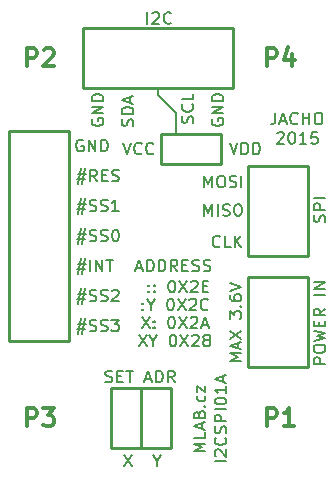
<source format=gbr>
G04 #@! TF.FileFunction,Legend,Top*
%FSLAX46Y46*%
G04 Gerber Fmt 4.6, Leading zero omitted, Abs format (unit mm)*
G04 Created by KiCad (PCBNEW 0.201412081631+5316~19~ubuntu14.04.1-product) date St 10. prosinec 2014, 17:13:08 CET*
%MOMM*%
G01*
G04 APERTURE LIST*
%ADD10C,0.100000*%
%ADD11C,0.200000*%
%ADD12C,0.254000*%
%ADD13C,0.304800*%
G04 APERTURE END LIST*
D10*
D11*
X12287238Y28487619D02*
X12620571Y27487619D01*
X12953905Y28487619D01*
X13858667Y27582857D02*
X13811048Y27535238D01*
X13668191Y27487619D01*
X13572953Y27487619D01*
X13430095Y27535238D01*
X13334857Y27630476D01*
X13287238Y27725714D01*
X13239619Y27916190D01*
X13239619Y28059048D01*
X13287238Y28249524D01*
X13334857Y28344762D01*
X13430095Y28440000D01*
X13572953Y28487619D01*
X13668191Y28487619D01*
X13811048Y28440000D01*
X13858667Y28392381D01*
X14858667Y27582857D02*
X14811048Y27535238D01*
X14668191Y27487619D01*
X14572953Y27487619D01*
X14430095Y27535238D01*
X14334857Y27630476D01*
X14287238Y27725714D01*
X14239619Y27916190D01*
X14239619Y28059048D01*
X14287238Y28249524D01*
X14334857Y28344762D01*
X14430095Y28440000D01*
X14572953Y28487619D01*
X14668191Y28487619D01*
X14811048Y28440000D01*
X14858667Y28392381D01*
X15240000Y32512000D02*
X15240000Y33147000D01*
X16764000Y30988000D02*
X15240000Y32512000D01*
X16764000Y29337000D02*
X16764000Y30988000D01*
X25161810Y31027619D02*
X25161810Y30313333D01*
X25114190Y30170476D01*
X25018952Y30075238D01*
X24876095Y30027619D01*
X24780857Y30027619D01*
X25590381Y30313333D02*
X26066572Y30313333D01*
X25495143Y30027619D02*
X25828476Y31027619D01*
X26161810Y30027619D01*
X27066572Y30122857D02*
X27018953Y30075238D01*
X26876096Y30027619D01*
X26780858Y30027619D01*
X26638000Y30075238D01*
X26542762Y30170476D01*
X26495143Y30265714D01*
X26447524Y30456190D01*
X26447524Y30599048D01*
X26495143Y30789524D01*
X26542762Y30884762D01*
X26638000Y30980000D01*
X26780858Y31027619D01*
X26876096Y31027619D01*
X27018953Y30980000D01*
X27066572Y30932381D01*
X27495143Y30027619D02*
X27495143Y31027619D01*
X27495143Y30551429D02*
X28066572Y30551429D01*
X28066572Y30027619D02*
X28066572Y31027619D01*
X28733238Y31027619D02*
X28923715Y31027619D01*
X29018953Y30980000D01*
X29114191Y30884762D01*
X29161810Y30694286D01*
X29161810Y30360952D01*
X29114191Y30170476D01*
X29018953Y30075238D01*
X28923715Y30027619D01*
X28733238Y30027619D01*
X28638000Y30075238D01*
X28542762Y30170476D01*
X28495143Y30360952D01*
X28495143Y30694286D01*
X28542762Y30884762D01*
X28638000Y30980000D01*
X28733238Y31027619D01*
X25336476Y29281381D02*
X25384095Y29329000D01*
X25479333Y29376619D01*
X25717429Y29376619D01*
X25812667Y29329000D01*
X25860286Y29281381D01*
X25907905Y29186143D01*
X25907905Y29090905D01*
X25860286Y28948048D01*
X25288857Y28376619D01*
X25907905Y28376619D01*
X26526952Y29376619D02*
X26622191Y29376619D01*
X26717429Y29329000D01*
X26765048Y29281381D01*
X26812667Y29186143D01*
X26860286Y28995667D01*
X26860286Y28757571D01*
X26812667Y28567095D01*
X26765048Y28471857D01*
X26717429Y28424238D01*
X26622191Y28376619D01*
X26526952Y28376619D01*
X26431714Y28424238D01*
X26384095Y28471857D01*
X26336476Y28567095D01*
X26288857Y28757571D01*
X26288857Y28995667D01*
X26336476Y29186143D01*
X26384095Y29281381D01*
X26431714Y29329000D01*
X26526952Y29376619D01*
X27812667Y28376619D02*
X27241238Y28376619D01*
X27526952Y28376619D02*
X27526952Y29376619D01*
X27431714Y29233762D01*
X27336476Y29138524D01*
X27241238Y29090905D01*
X28717429Y29376619D02*
X28241238Y29376619D01*
X28193619Y28900429D01*
X28241238Y28948048D01*
X28336476Y28995667D01*
X28574572Y28995667D01*
X28669810Y28948048D01*
X28717429Y28900429D01*
X28765048Y28805190D01*
X28765048Y28567095D01*
X28717429Y28471857D01*
X28669810Y28424238D01*
X28574572Y28376619D01*
X28336476Y28376619D01*
X28241238Y28424238D01*
X28193619Y28471857D01*
X21026381Y1508572D02*
X20026381Y1508572D01*
X20121619Y1937143D02*
X20074000Y1984762D01*
X20026381Y2080000D01*
X20026381Y2318096D01*
X20074000Y2413334D01*
X20121619Y2460953D01*
X20216857Y2508572D01*
X20312095Y2508572D01*
X20454952Y2460953D01*
X21026381Y1889524D01*
X21026381Y2508572D01*
X20931143Y3508572D02*
X20978762Y3460953D01*
X21026381Y3318096D01*
X21026381Y3222858D01*
X20978762Y3080000D01*
X20883524Y2984762D01*
X20788286Y2937143D01*
X20597810Y2889524D01*
X20454952Y2889524D01*
X20264476Y2937143D01*
X20169238Y2984762D01*
X20074000Y3080000D01*
X20026381Y3222858D01*
X20026381Y3318096D01*
X20074000Y3460953D01*
X20121619Y3508572D01*
X20978762Y3889524D02*
X21026381Y4032381D01*
X21026381Y4270477D01*
X20978762Y4365715D01*
X20931143Y4413334D01*
X20835905Y4460953D01*
X20740667Y4460953D01*
X20645429Y4413334D01*
X20597810Y4365715D01*
X20550190Y4270477D01*
X20502571Y4080000D01*
X20454952Y3984762D01*
X20407333Y3937143D01*
X20312095Y3889524D01*
X20216857Y3889524D01*
X20121619Y3937143D01*
X20074000Y3984762D01*
X20026381Y4080000D01*
X20026381Y4318096D01*
X20074000Y4460953D01*
X21026381Y4889524D02*
X20026381Y4889524D01*
X20026381Y5270477D01*
X20074000Y5365715D01*
X20121619Y5413334D01*
X20216857Y5460953D01*
X20359714Y5460953D01*
X20454952Y5413334D01*
X20502571Y5365715D01*
X20550190Y5270477D01*
X20550190Y4889524D01*
X21026381Y5889524D02*
X20026381Y5889524D01*
X20026381Y6556190D02*
X20026381Y6651429D01*
X20074000Y6746667D01*
X20121619Y6794286D01*
X20216857Y6841905D01*
X20407333Y6889524D01*
X20645429Y6889524D01*
X20835905Y6841905D01*
X20931143Y6794286D01*
X20978762Y6746667D01*
X21026381Y6651429D01*
X21026381Y6556190D01*
X20978762Y6460952D01*
X20931143Y6413333D01*
X20835905Y6365714D01*
X20645429Y6318095D01*
X20407333Y6318095D01*
X20216857Y6365714D01*
X20121619Y6413333D01*
X20074000Y6460952D01*
X20026381Y6556190D01*
X21026381Y7841905D02*
X21026381Y7270476D01*
X21026381Y7556190D02*
X20026381Y7556190D01*
X20169238Y7460952D01*
X20264476Y7365714D01*
X20312095Y7270476D01*
X20740667Y8222857D02*
X20740667Y8699048D01*
X21026381Y8127619D02*
X20026381Y8460952D01*
X21026381Y8794286D01*
X19248381Y2341905D02*
X18248381Y2341905D01*
X18962667Y2675239D01*
X18248381Y3008572D01*
X19248381Y3008572D01*
X19248381Y3960953D02*
X19248381Y3484762D01*
X18248381Y3484762D01*
X18962667Y4246667D02*
X18962667Y4722858D01*
X19248381Y4151429D02*
X18248381Y4484762D01*
X19248381Y4818096D01*
X18724571Y5484763D02*
X18772190Y5627620D01*
X18819810Y5675239D01*
X18915048Y5722858D01*
X19057905Y5722858D01*
X19153143Y5675239D01*
X19200762Y5627620D01*
X19248381Y5532382D01*
X19248381Y5151429D01*
X18248381Y5151429D01*
X18248381Y5484763D01*
X18296000Y5580001D01*
X18343619Y5627620D01*
X18438857Y5675239D01*
X18534095Y5675239D01*
X18629333Y5627620D01*
X18676952Y5580001D01*
X18724571Y5484763D01*
X18724571Y5151429D01*
X19153143Y6151429D02*
X19200762Y6199048D01*
X19248381Y6151429D01*
X19200762Y6103810D01*
X19153143Y6151429D01*
X19248381Y6151429D01*
X19200762Y7056191D02*
X19248381Y6960953D01*
X19248381Y6770476D01*
X19200762Y6675238D01*
X19153143Y6627619D01*
X19057905Y6580000D01*
X18772190Y6580000D01*
X18676952Y6627619D01*
X18629333Y6675238D01*
X18581714Y6770476D01*
X18581714Y6960953D01*
X18629333Y7056191D01*
X18581714Y7389524D02*
X18581714Y7913334D01*
X19248381Y7389524D01*
X19248381Y7913334D01*
X21304238Y28487619D02*
X21637571Y27487619D01*
X21970905Y28487619D01*
X22304238Y27487619D02*
X22304238Y28487619D01*
X22542333Y28487619D01*
X22685191Y28440000D01*
X22780429Y28344762D01*
X22828048Y28249524D01*
X22875667Y28059048D01*
X22875667Y27916190D01*
X22828048Y27725714D01*
X22780429Y27630476D01*
X22685191Y27535238D01*
X22542333Y27487619D01*
X22304238Y27487619D01*
X23304238Y27487619D02*
X23304238Y28487619D01*
X23542333Y28487619D01*
X23685191Y28440000D01*
X23780429Y28344762D01*
X23828048Y28249524D01*
X23875667Y28059048D01*
X23875667Y27916190D01*
X23828048Y27725714D01*
X23780429Y27630476D01*
X23685191Y27535238D01*
X23542333Y27487619D01*
X23304238Y27487619D01*
X13398476Y17867333D02*
X13874667Y17867333D01*
X13303238Y17581619D02*
X13636571Y18581619D01*
X13969905Y17581619D01*
X14303238Y17581619D02*
X14303238Y18581619D01*
X14541333Y18581619D01*
X14684191Y18534000D01*
X14779429Y18438762D01*
X14827048Y18343524D01*
X14874667Y18153048D01*
X14874667Y18010190D01*
X14827048Y17819714D01*
X14779429Y17724476D01*
X14684191Y17629238D01*
X14541333Y17581619D01*
X14303238Y17581619D01*
X15303238Y17581619D02*
X15303238Y18581619D01*
X15541333Y18581619D01*
X15684191Y18534000D01*
X15779429Y18438762D01*
X15827048Y18343524D01*
X15874667Y18153048D01*
X15874667Y18010190D01*
X15827048Y17819714D01*
X15779429Y17724476D01*
X15684191Y17629238D01*
X15541333Y17581619D01*
X15303238Y17581619D01*
X16874667Y17581619D02*
X16541333Y18057810D01*
X16303238Y17581619D02*
X16303238Y18581619D01*
X16684191Y18581619D01*
X16779429Y18534000D01*
X16827048Y18486381D01*
X16874667Y18391143D01*
X16874667Y18248286D01*
X16827048Y18153048D01*
X16779429Y18105429D01*
X16684191Y18057810D01*
X16303238Y18057810D01*
X17303238Y18105429D02*
X17636572Y18105429D01*
X17779429Y17581619D02*
X17303238Y17581619D01*
X17303238Y18581619D01*
X17779429Y18581619D01*
X18160381Y17629238D02*
X18303238Y17581619D01*
X18541334Y17581619D01*
X18636572Y17629238D01*
X18684191Y17676857D01*
X18731810Y17772095D01*
X18731810Y17867333D01*
X18684191Y17962571D01*
X18636572Y18010190D01*
X18541334Y18057810D01*
X18350857Y18105429D01*
X18255619Y18153048D01*
X18208000Y18200667D01*
X18160381Y18295905D01*
X18160381Y18391143D01*
X18208000Y18486381D01*
X18255619Y18534000D01*
X18350857Y18581619D01*
X18588953Y18581619D01*
X18731810Y18534000D01*
X19112762Y17629238D02*
X19255619Y17581619D01*
X19493715Y17581619D01*
X19588953Y17629238D01*
X19636572Y17676857D01*
X19684191Y17772095D01*
X19684191Y17867333D01*
X19636572Y17962571D01*
X19588953Y18010190D01*
X19493715Y18057810D01*
X19303238Y18105429D01*
X19208000Y18153048D01*
X19160381Y18200667D01*
X19112762Y18295905D01*
X19112762Y18391143D01*
X19160381Y18486381D01*
X19208000Y18534000D01*
X19303238Y18581619D01*
X19541334Y18581619D01*
X19684191Y18534000D01*
X10787428Y8231238D02*
X10930285Y8183619D01*
X11168381Y8183619D01*
X11263619Y8231238D01*
X11311238Y8278857D01*
X11358857Y8374095D01*
X11358857Y8469333D01*
X11311238Y8564571D01*
X11263619Y8612190D01*
X11168381Y8659810D01*
X10977904Y8707429D01*
X10882666Y8755048D01*
X10835047Y8802667D01*
X10787428Y8897905D01*
X10787428Y8993143D01*
X10835047Y9088381D01*
X10882666Y9136000D01*
X10977904Y9183619D01*
X11216000Y9183619D01*
X11358857Y9136000D01*
X11787428Y8707429D02*
X12120762Y8707429D01*
X12263619Y8183619D02*
X11787428Y8183619D01*
X11787428Y9183619D01*
X12263619Y9183619D01*
X12549333Y9183619D02*
X13120762Y9183619D01*
X12835047Y8183619D02*
X12835047Y9183619D01*
X14168381Y8469333D02*
X14644572Y8469333D01*
X14073143Y8183619D02*
X14406476Y9183619D01*
X14739810Y8183619D01*
X15073143Y8183619D02*
X15073143Y9183619D01*
X15311238Y9183619D01*
X15454096Y9136000D01*
X15549334Y9040762D01*
X15596953Y8945524D01*
X15644572Y8755048D01*
X15644572Y8612190D01*
X15596953Y8421714D01*
X15549334Y8326476D01*
X15454096Y8231238D01*
X15311238Y8183619D01*
X15073143Y8183619D01*
X16644572Y8183619D02*
X16311238Y8659810D01*
X16073143Y8183619D02*
X16073143Y9183619D01*
X16454096Y9183619D01*
X16549334Y9136000D01*
X16596953Y9088381D01*
X16644572Y8993143D01*
X16644572Y8850286D01*
X16596953Y8755048D01*
X16549334Y8707429D01*
X16454096Y8659810D01*
X16073143Y8659810D01*
X8445476Y15708286D02*
X9159762Y15708286D01*
X8731190Y16136857D02*
X8445476Y14851143D01*
X9064524Y15279714D02*
X8350238Y15279714D01*
X8778810Y14851143D02*
X9064524Y16136857D01*
X9445476Y15089238D02*
X9588333Y15041619D01*
X9826429Y15041619D01*
X9921667Y15089238D01*
X9969286Y15136857D01*
X10016905Y15232095D01*
X10016905Y15327333D01*
X9969286Y15422571D01*
X9921667Y15470190D01*
X9826429Y15517810D01*
X9635952Y15565429D01*
X9540714Y15613048D01*
X9493095Y15660667D01*
X9445476Y15755905D01*
X9445476Y15851143D01*
X9493095Y15946381D01*
X9540714Y15994000D01*
X9635952Y16041619D01*
X9874048Y16041619D01*
X10016905Y15994000D01*
X10397857Y15089238D02*
X10540714Y15041619D01*
X10778810Y15041619D01*
X10874048Y15089238D01*
X10921667Y15136857D01*
X10969286Y15232095D01*
X10969286Y15327333D01*
X10921667Y15422571D01*
X10874048Y15470190D01*
X10778810Y15517810D01*
X10588333Y15565429D01*
X10493095Y15613048D01*
X10445476Y15660667D01*
X10397857Y15755905D01*
X10397857Y15851143D01*
X10445476Y15946381D01*
X10493095Y15994000D01*
X10588333Y16041619D01*
X10826429Y16041619D01*
X10969286Y15994000D01*
X11350238Y15946381D02*
X11397857Y15994000D01*
X11493095Y16041619D01*
X11731191Y16041619D01*
X11826429Y15994000D01*
X11874048Y15946381D01*
X11921667Y15851143D01*
X11921667Y15755905D01*
X11874048Y15613048D01*
X11302619Y15041619D01*
X11921667Y15041619D01*
X19820000Y30479905D02*
X19772381Y30384667D01*
X19772381Y30241810D01*
X19820000Y30098952D01*
X19915238Y30003714D01*
X20010476Y29956095D01*
X20200952Y29908476D01*
X20343810Y29908476D01*
X20534286Y29956095D01*
X20629524Y30003714D01*
X20724762Y30098952D01*
X20772381Y30241810D01*
X20772381Y30337048D01*
X20724762Y30479905D01*
X20677143Y30527524D01*
X20343810Y30527524D01*
X20343810Y30337048D01*
X20772381Y30956095D02*
X19772381Y30956095D01*
X20772381Y31527524D01*
X19772381Y31527524D01*
X20772381Y32003714D02*
X19772381Y32003714D01*
X19772381Y32241809D01*
X19820000Y32384667D01*
X19915238Y32479905D01*
X20010476Y32527524D01*
X20200952Y32575143D01*
X20343810Y32575143D01*
X20534286Y32527524D01*
X20629524Y32479905D01*
X20724762Y32384667D01*
X20772381Y32241809D01*
X20772381Y32003714D01*
X29408381Y9755619D02*
X28408381Y9755619D01*
X28408381Y10136572D01*
X28456000Y10231810D01*
X28503619Y10279429D01*
X28598857Y10327048D01*
X28741714Y10327048D01*
X28836952Y10279429D01*
X28884571Y10231810D01*
X28932190Y10136572D01*
X28932190Y9755619D01*
X28408381Y10946095D02*
X28408381Y11136572D01*
X28456000Y11231810D01*
X28551238Y11327048D01*
X28741714Y11374667D01*
X29075048Y11374667D01*
X29265524Y11327048D01*
X29360762Y11231810D01*
X29408381Y11136572D01*
X29408381Y10946095D01*
X29360762Y10850857D01*
X29265524Y10755619D01*
X29075048Y10708000D01*
X28741714Y10708000D01*
X28551238Y10755619D01*
X28456000Y10850857D01*
X28408381Y10946095D01*
X28408381Y11708000D02*
X29408381Y11946095D01*
X28694095Y12136572D01*
X29408381Y12327048D01*
X28408381Y12565143D01*
X28884571Y12946095D02*
X28884571Y13279429D01*
X29408381Y13422286D02*
X29408381Y12946095D01*
X28408381Y12946095D01*
X28408381Y13422286D01*
X29408381Y14422286D02*
X28932190Y14088952D01*
X29408381Y13850857D02*
X28408381Y13850857D01*
X28408381Y14231810D01*
X28456000Y14327048D01*
X28503619Y14374667D01*
X28598857Y14422286D01*
X28741714Y14422286D01*
X28836952Y14374667D01*
X28884571Y14327048D01*
X28932190Y14231810D01*
X28932190Y13850857D01*
X29408381Y15612762D02*
X28408381Y15612762D01*
X29408381Y16088952D02*
X28408381Y16088952D01*
X29408381Y16660381D01*
X28408381Y16660381D01*
X8445476Y23328286D02*
X9159762Y23328286D01*
X8731190Y23756857D02*
X8445476Y22471143D01*
X9064524Y22899714D02*
X8350238Y22899714D01*
X8778810Y22471143D02*
X9064524Y23756857D01*
X9445476Y22709238D02*
X9588333Y22661619D01*
X9826429Y22661619D01*
X9921667Y22709238D01*
X9969286Y22756857D01*
X10016905Y22852095D01*
X10016905Y22947333D01*
X9969286Y23042571D01*
X9921667Y23090190D01*
X9826429Y23137810D01*
X9635952Y23185429D01*
X9540714Y23233048D01*
X9493095Y23280667D01*
X9445476Y23375905D01*
X9445476Y23471143D01*
X9493095Y23566381D01*
X9540714Y23614000D01*
X9635952Y23661619D01*
X9874048Y23661619D01*
X10016905Y23614000D01*
X10397857Y22709238D02*
X10540714Y22661619D01*
X10778810Y22661619D01*
X10874048Y22709238D01*
X10921667Y22756857D01*
X10969286Y22852095D01*
X10969286Y22947333D01*
X10921667Y23042571D01*
X10874048Y23090190D01*
X10778810Y23137810D01*
X10588333Y23185429D01*
X10493095Y23233048D01*
X10445476Y23280667D01*
X10397857Y23375905D01*
X10397857Y23471143D01*
X10445476Y23566381D01*
X10493095Y23614000D01*
X10588333Y23661619D01*
X10826429Y23661619D01*
X10969286Y23614000D01*
X11921667Y22661619D02*
X11350238Y22661619D01*
X11635952Y22661619D02*
X11635952Y23661619D01*
X11540714Y23518762D01*
X11445476Y23423524D01*
X11350238Y23375905D01*
X29360762Y21780476D02*
X29408381Y21923333D01*
X29408381Y22161429D01*
X29360762Y22256667D01*
X29313143Y22304286D01*
X29217905Y22351905D01*
X29122667Y22351905D01*
X29027429Y22304286D01*
X28979810Y22256667D01*
X28932190Y22161429D01*
X28884571Y21970952D01*
X28836952Y21875714D01*
X28789333Y21828095D01*
X28694095Y21780476D01*
X28598857Y21780476D01*
X28503619Y21828095D01*
X28456000Y21875714D01*
X28408381Y21970952D01*
X28408381Y22209048D01*
X28456000Y22351905D01*
X29408381Y22780476D02*
X28408381Y22780476D01*
X28408381Y23161429D01*
X28456000Y23256667D01*
X28503619Y23304286D01*
X28598857Y23351905D01*
X28741714Y23351905D01*
X28836952Y23304286D01*
X28884571Y23256667D01*
X28932190Y23161429D01*
X28932190Y22780476D01*
X29408381Y23780476D02*
X28408381Y23780476D01*
X13604857Y12231619D02*
X14271524Y11231619D01*
X14271524Y12231619D02*
X13604857Y11231619D01*
X14842952Y11707810D02*
X14842952Y11231619D01*
X14509619Y12231619D02*
X14842952Y11707810D01*
X15176286Y12231619D01*
X16462000Y12231619D02*
X16557239Y12231619D01*
X16652477Y12184000D01*
X16700096Y12136381D01*
X16747715Y12041143D01*
X16795334Y11850667D01*
X16795334Y11612571D01*
X16747715Y11422095D01*
X16700096Y11326857D01*
X16652477Y11279238D01*
X16557239Y11231619D01*
X16462000Y11231619D01*
X16366762Y11279238D01*
X16319143Y11326857D01*
X16271524Y11422095D01*
X16223905Y11612571D01*
X16223905Y11850667D01*
X16271524Y12041143D01*
X16319143Y12136381D01*
X16366762Y12184000D01*
X16462000Y12231619D01*
X17128667Y12231619D02*
X17795334Y11231619D01*
X17795334Y12231619D02*
X17128667Y11231619D01*
X18128667Y12136381D02*
X18176286Y12184000D01*
X18271524Y12231619D01*
X18509620Y12231619D01*
X18604858Y12184000D01*
X18652477Y12136381D01*
X18700096Y12041143D01*
X18700096Y11945905D01*
X18652477Y11803048D01*
X18081048Y11231619D01*
X18700096Y11231619D01*
X19271524Y11803048D02*
X19176286Y11850667D01*
X19128667Y11898286D01*
X19081048Y11993524D01*
X19081048Y12041143D01*
X19128667Y12136381D01*
X19176286Y12184000D01*
X19271524Y12231619D01*
X19462001Y12231619D01*
X19557239Y12184000D01*
X19604858Y12136381D01*
X19652477Y12041143D01*
X19652477Y11993524D01*
X19604858Y11898286D01*
X19557239Y11850667D01*
X19462001Y11803048D01*
X19271524Y11803048D01*
X19176286Y11755429D01*
X19128667Y11707810D01*
X19081048Y11612571D01*
X19081048Y11422095D01*
X19128667Y11326857D01*
X19176286Y11279238D01*
X19271524Y11231619D01*
X19462001Y11231619D01*
X19557239Y11279238D01*
X19604858Y11326857D01*
X19652477Y11422095D01*
X19652477Y11612571D01*
X19604858Y11707810D01*
X19557239Y11755429D01*
X19462001Y11803048D01*
X13858857Y13755619D02*
X14525524Y12755619D01*
X14525524Y13755619D02*
X13858857Y12755619D01*
X14906476Y12850857D02*
X14954095Y12803238D01*
X14906476Y12755619D01*
X14858857Y12803238D01*
X14906476Y12850857D01*
X14906476Y12755619D01*
X14906476Y13374667D02*
X14954095Y13327048D01*
X14906476Y13279429D01*
X14858857Y13327048D01*
X14906476Y13374667D01*
X14906476Y13279429D01*
X16335047Y13755619D02*
X16430286Y13755619D01*
X16525524Y13708000D01*
X16573143Y13660381D01*
X16620762Y13565143D01*
X16668381Y13374667D01*
X16668381Y13136571D01*
X16620762Y12946095D01*
X16573143Y12850857D01*
X16525524Y12803238D01*
X16430286Y12755619D01*
X16335047Y12755619D01*
X16239809Y12803238D01*
X16192190Y12850857D01*
X16144571Y12946095D01*
X16096952Y13136571D01*
X16096952Y13374667D01*
X16144571Y13565143D01*
X16192190Y13660381D01*
X16239809Y13708000D01*
X16335047Y13755619D01*
X17001714Y13755619D02*
X17668381Y12755619D01*
X17668381Y13755619D02*
X17001714Y12755619D01*
X18001714Y13660381D02*
X18049333Y13708000D01*
X18144571Y13755619D01*
X18382667Y13755619D01*
X18477905Y13708000D01*
X18525524Y13660381D01*
X18573143Y13565143D01*
X18573143Y13469905D01*
X18525524Y13327048D01*
X17954095Y12755619D01*
X18573143Y12755619D01*
X18954095Y13041333D02*
X19430286Y13041333D01*
X18858857Y12755619D02*
X19192190Y13755619D01*
X19525524Y12755619D01*
X13954095Y14374857D02*
X14001714Y14327238D01*
X13954095Y14279619D01*
X13906476Y14327238D01*
X13954095Y14374857D01*
X13954095Y14279619D01*
X13954095Y14898667D02*
X14001714Y14851048D01*
X13954095Y14803429D01*
X13906476Y14851048D01*
X13954095Y14898667D01*
X13954095Y14803429D01*
X14620761Y14755810D02*
X14620761Y14279619D01*
X14287428Y15279619D02*
X14620761Y14755810D01*
X14954095Y15279619D01*
X16239809Y15279619D02*
X16335048Y15279619D01*
X16430286Y15232000D01*
X16477905Y15184381D01*
X16525524Y15089143D01*
X16573143Y14898667D01*
X16573143Y14660571D01*
X16525524Y14470095D01*
X16477905Y14374857D01*
X16430286Y14327238D01*
X16335048Y14279619D01*
X16239809Y14279619D01*
X16144571Y14327238D01*
X16096952Y14374857D01*
X16049333Y14470095D01*
X16001714Y14660571D01*
X16001714Y14898667D01*
X16049333Y15089143D01*
X16096952Y15184381D01*
X16144571Y15232000D01*
X16239809Y15279619D01*
X16906476Y15279619D02*
X17573143Y14279619D01*
X17573143Y15279619D02*
X16906476Y14279619D01*
X17906476Y15184381D02*
X17954095Y15232000D01*
X18049333Y15279619D01*
X18287429Y15279619D01*
X18382667Y15232000D01*
X18430286Y15184381D01*
X18477905Y15089143D01*
X18477905Y14993905D01*
X18430286Y14851048D01*
X17858857Y14279619D01*
X18477905Y14279619D01*
X19477905Y14374857D02*
X19430286Y14327238D01*
X19287429Y14279619D01*
X19192191Y14279619D01*
X19049333Y14327238D01*
X18954095Y14422476D01*
X18906476Y14517714D01*
X18858857Y14708190D01*
X18858857Y14851048D01*
X18906476Y15041524D01*
X18954095Y15136762D01*
X19049333Y15232000D01*
X19192191Y15279619D01*
X19287429Y15279619D01*
X19430286Y15232000D01*
X19477905Y15184381D01*
X14462095Y15898857D02*
X14509714Y15851238D01*
X14462095Y15803619D01*
X14414476Y15851238D01*
X14462095Y15898857D01*
X14462095Y15803619D01*
X14462095Y16422667D02*
X14509714Y16375048D01*
X14462095Y16327429D01*
X14414476Y16375048D01*
X14462095Y16422667D01*
X14462095Y16327429D01*
X14938285Y15898857D02*
X14985904Y15851238D01*
X14938285Y15803619D01*
X14890666Y15851238D01*
X14938285Y15898857D01*
X14938285Y15803619D01*
X14938285Y16422667D02*
X14985904Y16375048D01*
X14938285Y16327429D01*
X14890666Y16375048D01*
X14938285Y16422667D01*
X14938285Y16327429D01*
X16366856Y16803619D02*
X16462095Y16803619D01*
X16557333Y16756000D01*
X16604952Y16708381D01*
X16652571Y16613143D01*
X16700190Y16422667D01*
X16700190Y16184571D01*
X16652571Y15994095D01*
X16604952Y15898857D01*
X16557333Y15851238D01*
X16462095Y15803619D01*
X16366856Y15803619D01*
X16271618Y15851238D01*
X16223999Y15898857D01*
X16176380Y15994095D01*
X16128761Y16184571D01*
X16128761Y16422667D01*
X16176380Y16613143D01*
X16223999Y16708381D01*
X16271618Y16756000D01*
X16366856Y16803619D01*
X17033523Y16803619D02*
X17700190Y15803619D01*
X17700190Y16803619D02*
X17033523Y15803619D01*
X18033523Y16708381D02*
X18081142Y16756000D01*
X18176380Y16803619D01*
X18414476Y16803619D01*
X18509714Y16756000D01*
X18557333Y16708381D01*
X18604952Y16613143D01*
X18604952Y16517905D01*
X18557333Y16375048D01*
X17985904Y15803619D01*
X18604952Y15803619D01*
X19033523Y16327429D02*
X19366857Y16327429D01*
X19509714Y15803619D02*
X19033523Y15803619D01*
X19033523Y16803619D01*
X19509714Y16803619D01*
X15160571Y1547810D02*
X15160571Y1071619D01*
X14827238Y2071619D02*
X15160571Y1547810D01*
X15493905Y2071619D01*
X12334857Y2071619D02*
X13001524Y1071619D01*
X13001524Y2071619D02*
X12334857Y1071619D01*
X22296381Y9969905D02*
X21296381Y9969905D01*
X22010667Y10303239D01*
X21296381Y10636572D01*
X22296381Y10636572D01*
X22010667Y11065143D02*
X22010667Y11541334D01*
X22296381Y10969905D02*
X21296381Y11303238D01*
X22296381Y11636572D01*
X21296381Y11874667D02*
X22296381Y12541334D01*
X21296381Y12541334D02*
X22296381Y11874667D01*
X21296381Y13588953D02*
X21296381Y14208001D01*
X21677333Y13874667D01*
X21677333Y14017525D01*
X21724952Y14112763D01*
X21772571Y14160382D01*
X21867810Y14208001D01*
X22105905Y14208001D01*
X22201143Y14160382D01*
X22248762Y14112763D01*
X22296381Y14017525D01*
X22296381Y13731810D01*
X22248762Y13636572D01*
X22201143Y13588953D01*
X22201143Y14636572D02*
X22248762Y14684191D01*
X22296381Y14636572D01*
X22248762Y14588953D01*
X22201143Y14636572D01*
X22296381Y14636572D01*
X21296381Y15541334D02*
X21296381Y15350857D01*
X21344000Y15255619D01*
X21391619Y15208000D01*
X21534476Y15112762D01*
X21724952Y15065143D01*
X22105905Y15065143D01*
X22201143Y15112762D01*
X22248762Y15160381D01*
X22296381Y15255619D01*
X22296381Y15446096D01*
X22248762Y15541334D01*
X22201143Y15588953D01*
X22105905Y15636572D01*
X21867810Y15636572D01*
X21772571Y15588953D01*
X21724952Y15541334D01*
X21677333Y15446096D01*
X21677333Y15255619D01*
X21724952Y15160381D01*
X21772571Y15112762D01*
X21867810Y15065143D01*
X21296381Y15922286D02*
X22296381Y16255619D01*
X21296381Y16588953D01*
X8445476Y20788286D02*
X9159762Y20788286D01*
X8731190Y21216857D02*
X8445476Y19931143D01*
X9064524Y20359714D02*
X8350238Y20359714D01*
X8778810Y19931143D02*
X9064524Y21216857D01*
X9445476Y20169238D02*
X9588333Y20121619D01*
X9826429Y20121619D01*
X9921667Y20169238D01*
X9969286Y20216857D01*
X10016905Y20312095D01*
X10016905Y20407333D01*
X9969286Y20502571D01*
X9921667Y20550190D01*
X9826429Y20597810D01*
X9635952Y20645429D01*
X9540714Y20693048D01*
X9493095Y20740667D01*
X9445476Y20835905D01*
X9445476Y20931143D01*
X9493095Y21026381D01*
X9540714Y21074000D01*
X9635952Y21121619D01*
X9874048Y21121619D01*
X10016905Y21074000D01*
X10397857Y20169238D02*
X10540714Y20121619D01*
X10778810Y20121619D01*
X10874048Y20169238D01*
X10921667Y20216857D01*
X10969286Y20312095D01*
X10969286Y20407333D01*
X10921667Y20502571D01*
X10874048Y20550190D01*
X10778810Y20597810D01*
X10588333Y20645429D01*
X10493095Y20693048D01*
X10445476Y20740667D01*
X10397857Y20835905D01*
X10397857Y20931143D01*
X10445476Y21026381D01*
X10493095Y21074000D01*
X10588333Y21121619D01*
X10826429Y21121619D01*
X10969286Y21074000D01*
X11588333Y21121619D02*
X11683572Y21121619D01*
X11778810Y21074000D01*
X11826429Y21026381D01*
X11874048Y20931143D01*
X11921667Y20740667D01*
X11921667Y20502571D01*
X11874048Y20312095D01*
X11826429Y20216857D01*
X11778810Y20169238D01*
X11683572Y20121619D01*
X11588333Y20121619D01*
X11493095Y20169238D01*
X11445476Y20216857D01*
X11397857Y20312095D01*
X11350238Y20502571D01*
X11350238Y20740667D01*
X11397857Y20931143D01*
X11445476Y21026381D01*
X11493095Y21074000D01*
X11588333Y21121619D01*
X8445476Y18248286D02*
X9159762Y18248286D01*
X8731190Y18676857D02*
X8445476Y17391143D01*
X9064524Y17819714D02*
X8350238Y17819714D01*
X8778810Y17391143D02*
X9064524Y18676857D01*
X9493095Y17581619D02*
X9493095Y18581619D01*
X9969285Y17581619D02*
X9969285Y18581619D01*
X10540714Y17581619D01*
X10540714Y18581619D01*
X10874047Y18581619D02*
X11445476Y18581619D01*
X11159761Y17581619D02*
X11159761Y18581619D01*
X8445476Y13168286D02*
X9159762Y13168286D01*
X8731190Y13596857D02*
X8445476Y12311143D01*
X9064524Y12739714D02*
X8350238Y12739714D01*
X8778810Y12311143D02*
X9064524Y13596857D01*
X9445476Y12549238D02*
X9588333Y12501619D01*
X9826429Y12501619D01*
X9921667Y12549238D01*
X9969286Y12596857D01*
X10016905Y12692095D01*
X10016905Y12787333D01*
X9969286Y12882571D01*
X9921667Y12930190D01*
X9826429Y12977810D01*
X9635952Y13025429D01*
X9540714Y13073048D01*
X9493095Y13120667D01*
X9445476Y13215905D01*
X9445476Y13311143D01*
X9493095Y13406381D01*
X9540714Y13454000D01*
X9635952Y13501619D01*
X9874048Y13501619D01*
X10016905Y13454000D01*
X10397857Y12549238D02*
X10540714Y12501619D01*
X10778810Y12501619D01*
X10874048Y12549238D01*
X10921667Y12596857D01*
X10969286Y12692095D01*
X10969286Y12787333D01*
X10921667Y12882571D01*
X10874048Y12930190D01*
X10778810Y12977810D01*
X10588333Y13025429D01*
X10493095Y13073048D01*
X10445476Y13120667D01*
X10397857Y13215905D01*
X10397857Y13311143D01*
X10445476Y13406381D01*
X10493095Y13454000D01*
X10588333Y13501619D01*
X10826429Y13501619D01*
X10969286Y13454000D01*
X11302619Y13501619D02*
X11921667Y13501619D01*
X11588333Y13120667D01*
X11731191Y13120667D01*
X11826429Y13073048D01*
X11874048Y13025429D01*
X11921667Y12930190D01*
X11921667Y12692095D01*
X11874048Y12596857D01*
X11826429Y12549238D01*
X11731191Y12501619D01*
X11445476Y12501619D01*
X11350238Y12549238D01*
X11302619Y12596857D01*
X20494524Y19708857D02*
X20446905Y19661238D01*
X20304048Y19613619D01*
X20208810Y19613619D01*
X20065952Y19661238D01*
X19970714Y19756476D01*
X19923095Y19851714D01*
X19875476Y20042190D01*
X19875476Y20185048D01*
X19923095Y20375524D01*
X19970714Y20470762D01*
X20065952Y20566000D01*
X20208810Y20613619D01*
X20304048Y20613619D01*
X20446905Y20566000D01*
X20494524Y20518381D01*
X21399286Y19613619D02*
X20923095Y19613619D01*
X20923095Y20613619D01*
X21732619Y19613619D02*
X21732619Y20613619D01*
X22304048Y19613619D02*
X21875476Y20185048D01*
X22304048Y20613619D02*
X21732619Y20042190D01*
X19161095Y24693619D02*
X19161095Y25693619D01*
X19494429Y24979333D01*
X19827762Y25693619D01*
X19827762Y24693619D01*
X20494428Y25693619D02*
X20684905Y25693619D01*
X20780143Y25646000D01*
X20875381Y25550762D01*
X20923000Y25360286D01*
X20923000Y25026952D01*
X20875381Y24836476D01*
X20780143Y24741238D01*
X20684905Y24693619D01*
X20494428Y24693619D01*
X20399190Y24741238D01*
X20303952Y24836476D01*
X20256333Y25026952D01*
X20256333Y25360286D01*
X20303952Y25550762D01*
X20399190Y25646000D01*
X20494428Y25693619D01*
X21303952Y24741238D02*
X21446809Y24693619D01*
X21684905Y24693619D01*
X21780143Y24741238D01*
X21827762Y24788857D01*
X21875381Y24884095D01*
X21875381Y24979333D01*
X21827762Y25074571D01*
X21780143Y25122190D01*
X21684905Y25169810D01*
X21494428Y25217429D01*
X21399190Y25265048D01*
X21351571Y25312667D01*
X21303952Y25407905D01*
X21303952Y25503143D01*
X21351571Y25598381D01*
X21399190Y25646000D01*
X21494428Y25693619D01*
X21732524Y25693619D01*
X21875381Y25646000D01*
X22303952Y24693619D02*
X22303952Y25693619D01*
X19161095Y22280619D02*
X19161095Y23280619D01*
X19494429Y22566333D01*
X19827762Y23280619D01*
X19827762Y22280619D01*
X20303952Y22280619D02*
X20303952Y23280619D01*
X20732523Y22328238D02*
X20875380Y22280619D01*
X21113476Y22280619D01*
X21208714Y22328238D01*
X21256333Y22375857D01*
X21303952Y22471095D01*
X21303952Y22566333D01*
X21256333Y22661571D01*
X21208714Y22709190D01*
X21113476Y22756810D01*
X20922999Y22804429D01*
X20827761Y22852048D01*
X20780142Y22899667D01*
X20732523Y22994905D01*
X20732523Y23090143D01*
X20780142Y23185381D01*
X20827761Y23233000D01*
X20922999Y23280619D01*
X21161095Y23280619D01*
X21303952Y23233000D01*
X21922999Y23280619D02*
X22113476Y23280619D01*
X22208714Y23233000D01*
X22303952Y23137762D01*
X22351571Y22947286D01*
X22351571Y22613952D01*
X22303952Y22423476D01*
X22208714Y22328238D01*
X22113476Y22280619D01*
X21922999Y22280619D01*
X21827761Y22328238D01*
X21732523Y22423476D01*
X21684904Y22613952D01*
X21684904Y22947286D01*
X21732523Y23137762D01*
X21827761Y23233000D01*
X21922999Y23280619D01*
X8445476Y25868286D02*
X9159762Y25868286D01*
X8731190Y26296857D02*
X8445476Y25011143D01*
X9064524Y25439714D02*
X8350238Y25439714D01*
X8778810Y25011143D02*
X9064524Y26296857D01*
X10064524Y25201619D02*
X9731190Y25677810D01*
X9493095Y25201619D02*
X9493095Y26201619D01*
X9874048Y26201619D01*
X9969286Y26154000D01*
X10016905Y26106381D01*
X10064524Y26011143D01*
X10064524Y25868286D01*
X10016905Y25773048D01*
X9969286Y25725429D01*
X9874048Y25677810D01*
X9493095Y25677810D01*
X10493095Y25725429D02*
X10826429Y25725429D01*
X10969286Y25201619D02*
X10493095Y25201619D01*
X10493095Y26201619D01*
X10969286Y26201619D01*
X11350238Y25249238D02*
X11493095Y25201619D01*
X11731191Y25201619D01*
X11826429Y25249238D01*
X11874048Y25296857D01*
X11921667Y25392095D01*
X11921667Y25487333D01*
X11874048Y25582571D01*
X11826429Y25630190D01*
X11731191Y25677810D01*
X11540714Y25725429D01*
X11445476Y25773048D01*
X11397857Y25820667D01*
X11350238Y25915905D01*
X11350238Y26011143D01*
X11397857Y26106381D01*
X11445476Y26154000D01*
X11540714Y26201619D01*
X11778810Y26201619D01*
X11921667Y26154000D01*
X14335095Y38536619D02*
X14335095Y39536619D01*
X14763666Y39441381D02*
X14811285Y39489000D01*
X14906523Y39536619D01*
X15144619Y39536619D01*
X15239857Y39489000D01*
X15287476Y39441381D01*
X15335095Y39346143D01*
X15335095Y39250905D01*
X15287476Y39108048D01*
X14716047Y38536619D01*
X15335095Y38536619D01*
X16335095Y38631857D02*
X16287476Y38584238D01*
X16144619Y38536619D01*
X16049381Y38536619D01*
X15906523Y38584238D01*
X15811285Y38679476D01*
X15763666Y38774714D01*
X15716047Y38965190D01*
X15716047Y39108048D01*
X15763666Y39298524D01*
X15811285Y39393762D01*
X15906523Y39489000D01*
X16049381Y39536619D01*
X16144619Y39536619D01*
X16287476Y39489000D01*
X16335095Y39441381D01*
X8889905Y28694000D02*
X8794667Y28741619D01*
X8651810Y28741619D01*
X8508952Y28694000D01*
X8413714Y28598762D01*
X8366095Y28503524D01*
X8318476Y28313048D01*
X8318476Y28170190D01*
X8366095Y27979714D01*
X8413714Y27884476D01*
X8508952Y27789238D01*
X8651810Y27741619D01*
X8747048Y27741619D01*
X8889905Y27789238D01*
X8937524Y27836857D01*
X8937524Y28170190D01*
X8747048Y28170190D01*
X9366095Y27741619D02*
X9366095Y28741619D01*
X9937524Y27741619D01*
X9937524Y28741619D01*
X10413714Y27741619D02*
X10413714Y28741619D01*
X10651809Y28741619D01*
X10794667Y28694000D01*
X10889905Y28598762D01*
X10937524Y28503524D01*
X10985143Y28313048D01*
X10985143Y28170190D01*
X10937524Y27979714D01*
X10889905Y27884476D01*
X10794667Y27789238D01*
X10651809Y27741619D01*
X10413714Y27741619D01*
X18184762Y30162476D02*
X18232381Y30305333D01*
X18232381Y30543429D01*
X18184762Y30638667D01*
X18137143Y30686286D01*
X18041905Y30733905D01*
X17946667Y30733905D01*
X17851429Y30686286D01*
X17803810Y30638667D01*
X17756190Y30543429D01*
X17708571Y30352952D01*
X17660952Y30257714D01*
X17613333Y30210095D01*
X17518095Y30162476D01*
X17422857Y30162476D01*
X17327619Y30210095D01*
X17280000Y30257714D01*
X17232381Y30352952D01*
X17232381Y30591048D01*
X17280000Y30733905D01*
X18137143Y31733905D02*
X18184762Y31686286D01*
X18232381Y31543429D01*
X18232381Y31448191D01*
X18184762Y31305333D01*
X18089524Y31210095D01*
X17994286Y31162476D01*
X17803810Y31114857D01*
X17660952Y31114857D01*
X17470476Y31162476D01*
X17375238Y31210095D01*
X17280000Y31305333D01*
X17232381Y31448191D01*
X17232381Y31543429D01*
X17280000Y31686286D01*
X17327619Y31733905D01*
X18232381Y32638667D02*
X18232381Y32162476D01*
X17232381Y32162476D01*
X13104762Y29908476D02*
X13152381Y30051333D01*
X13152381Y30289429D01*
X13104762Y30384667D01*
X13057143Y30432286D01*
X12961905Y30479905D01*
X12866667Y30479905D01*
X12771429Y30432286D01*
X12723810Y30384667D01*
X12676190Y30289429D01*
X12628571Y30098952D01*
X12580952Y30003714D01*
X12533333Y29956095D01*
X12438095Y29908476D01*
X12342857Y29908476D01*
X12247619Y29956095D01*
X12200000Y30003714D01*
X12152381Y30098952D01*
X12152381Y30337048D01*
X12200000Y30479905D01*
X13152381Y30908476D02*
X12152381Y30908476D01*
X12152381Y31146571D01*
X12200000Y31289429D01*
X12295238Y31384667D01*
X12390476Y31432286D01*
X12580952Y31479905D01*
X12723810Y31479905D01*
X12914286Y31432286D01*
X13009524Y31384667D01*
X13104762Y31289429D01*
X13152381Y31146571D01*
X13152381Y30908476D01*
X12866667Y31860857D02*
X12866667Y32337048D01*
X13152381Y31765619D02*
X12152381Y32098952D01*
X13152381Y32432286D01*
X9660000Y30479905D02*
X9612381Y30384667D01*
X9612381Y30241810D01*
X9660000Y30098952D01*
X9755238Y30003714D01*
X9850476Y29956095D01*
X10040952Y29908476D01*
X10183810Y29908476D01*
X10374286Y29956095D01*
X10469524Y30003714D01*
X10564762Y30098952D01*
X10612381Y30241810D01*
X10612381Y30337048D01*
X10564762Y30479905D01*
X10517143Y30527524D01*
X10183810Y30527524D01*
X10183810Y30337048D01*
X10612381Y30956095D02*
X9612381Y30956095D01*
X10612381Y31527524D01*
X9612381Y31527524D01*
X10612381Y32003714D02*
X9612381Y32003714D01*
X9612381Y32241809D01*
X9660000Y32384667D01*
X9755238Y32479905D01*
X9850476Y32527524D01*
X10040952Y32575143D01*
X10183810Y32575143D01*
X10374286Y32527524D01*
X10469524Y32479905D01*
X10564762Y32384667D01*
X10612381Y32241809D01*
X10612381Y32003714D01*
D12*
X27940000Y18923000D02*
X27940000Y26543000D01*
X27940000Y26543000D02*
X22860000Y26543000D01*
X22860000Y26543000D02*
X22860000Y21463000D01*
X27940000Y18923000D02*
X25400000Y18923000D01*
X22860000Y18923000D02*
X25400000Y18923000D01*
X22860000Y21463000D02*
X22860000Y18923000D01*
X27940000Y9525000D02*
X27940000Y17145000D01*
X27940000Y17145000D02*
X22860000Y17145000D01*
X22860000Y17145000D02*
X22860000Y12065000D01*
X27940000Y9525000D02*
X25400000Y9525000D01*
X22860000Y9525000D02*
X25400000Y9525000D01*
X22860000Y12065000D02*
X22860000Y9525000D01*
X7747000Y29464000D02*
X2667000Y29464000D01*
X2667000Y26924000D02*
X2667000Y29464000D01*
X7747000Y26924000D02*
X7747000Y29464000D01*
X7747000Y26924000D02*
X7747000Y29464000D01*
X2667000Y26924000D02*
X2667000Y29464000D01*
X7747000Y29464000D02*
X2667000Y29464000D01*
X2667000Y24384000D02*
X2667000Y26924000D01*
X7747000Y24384000D02*
X7747000Y26924000D01*
X7747000Y24384000D02*
X7747000Y26924000D01*
X2667000Y24384000D02*
X2667000Y26924000D01*
X2667000Y14224000D02*
X2667000Y15494000D01*
X2667000Y11684000D02*
X2667000Y14224000D01*
X2667000Y21844000D02*
X2667000Y24384000D01*
X7747000Y21844000D02*
X7747000Y24384000D01*
X7747000Y21844000D02*
X7747000Y24384000D01*
X2667000Y21844000D02*
X2667000Y24384000D01*
X2667000Y20574000D02*
X2667000Y23114000D01*
X7747000Y16764000D02*
X7747000Y19304000D01*
X7747000Y16764000D02*
X7747000Y19304000D01*
X2667000Y20574000D02*
X2667000Y23114000D01*
X2667000Y20574000D02*
X2667000Y23114000D01*
X7747000Y19304000D02*
X7747000Y21844000D01*
X7747000Y19304000D02*
X7747000Y21844000D01*
X2667000Y20574000D02*
X2667000Y23114000D01*
X7747000Y11684000D02*
X7747000Y19304000D01*
X2667000Y23114000D02*
X2667000Y18034000D01*
X7747000Y11684000D02*
X5207000Y11684000D01*
X2667000Y11684000D02*
X5207000Y11684000D01*
X2667000Y18034000D02*
X2667000Y15494000D01*
X19050000Y33147000D02*
X17780000Y33147000D01*
X21590000Y33147000D02*
X19050000Y33147000D01*
X8890000Y38227000D02*
X8890000Y33147000D01*
X11430000Y33147000D02*
X8890000Y33147000D01*
X11430000Y38227000D02*
X8890000Y38227000D01*
X11430000Y38227000D02*
X8890000Y38227000D01*
X11430000Y33147000D02*
X8890000Y33147000D01*
X8890000Y38227000D02*
X8890000Y33147000D01*
X12700000Y33147000D02*
X10160000Y33147000D01*
X16510000Y38227000D02*
X13970000Y38227000D01*
X16510000Y38227000D02*
X13970000Y38227000D01*
X12700000Y33147000D02*
X10160000Y33147000D01*
X12700000Y33147000D02*
X10160000Y33147000D01*
X13970000Y38227000D02*
X11430000Y38227000D01*
X13970000Y38227000D02*
X11430000Y38227000D01*
X12700000Y33147000D02*
X10160000Y33147000D01*
X21590000Y38227000D02*
X13970000Y38227000D01*
X10160000Y33147000D02*
X15240000Y33147000D01*
X21590000Y38227000D02*
X21590000Y35687000D01*
X21590000Y33147000D02*
X21590000Y35687000D01*
X15240000Y33147000D02*
X17780000Y33147000D01*
X15494000Y29210000D02*
X18034000Y29210000D01*
X18034000Y26670000D02*
X20574000Y26670000D01*
X20574000Y26670000D02*
X20574000Y29210000D01*
X18034000Y29210000D02*
X20574000Y29210000D01*
X15494000Y29210000D02*
X15494000Y26670000D01*
X15494000Y26670000D02*
X18034000Y26670000D01*
X13843000Y7747000D02*
X13843000Y5207000D01*
X11303000Y5207000D02*
X11303000Y2667000D01*
X11303000Y2667000D02*
X13843000Y2667000D01*
X13843000Y5207000D02*
X13843000Y2667000D01*
X13843000Y7747000D02*
X11303000Y7747000D01*
X11303000Y7747000D02*
X11303000Y5207000D01*
X13843000Y2667000D02*
X13843000Y5207000D01*
X16383000Y5207000D02*
X16383000Y7747000D01*
X16383000Y7747000D02*
X13843000Y7747000D01*
X13843000Y5207000D02*
X13843000Y7747000D01*
X13843000Y2667000D02*
X16383000Y2667000D01*
X16383000Y2667000D02*
X16383000Y5207000D01*
D13*
X24452943Y4466771D02*
X24452943Y5990771D01*
X25033515Y5990771D01*
X25178657Y5918200D01*
X25251229Y5845629D01*
X25323800Y5700486D01*
X25323800Y5482771D01*
X25251229Y5337629D01*
X25178657Y5265057D01*
X25033515Y5192486D01*
X24452943Y5192486D01*
X26775229Y4466771D02*
X25904372Y4466771D01*
X26339800Y4466771D02*
X26339800Y5990771D01*
X26194657Y5773057D01*
X26049515Y5627914D01*
X25904372Y5555343D01*
X4132943Y34946771D02*
X4132943Y36470771D01*
X4713515Y36470771D01*
X4858657Y36398200D01*
X4931229Y36325629D01*
X5003800Y36180486D01*
X5003800Y35962771D01*
X4931229Y35817629D01*
X4858657Y35745057D01*
X4713515Y35672486D01*
X4132943Y35672486D01*
X5584372Y36325629D02*
X5656943Y36398200D01*
X5802086Y36470771D01*
X6164943Y36470771D01*
X6310086Y36398200D01*
X6382657Y36325629D01*
X6455229Y36180486D01*
X6455229Y36035343D01*
X6382657Y35817629D01*
X5511800Y34946771D01*
X6455229Y34946771D01*
X4132943Y4466771D02*
X4132943Y5990771D01*
X4713515Y5990771D01*
X4858657Y5918200D01*
X4931229Y5845629D01*
X5003800Y5700486D01*
X5003800Y5482771D01*
X4931229Y5337629D01*
X4858657Y5265057D01*
X4713515Y5192486D01*
X4132943Y5192486D01*
X5511800Y5990771D02*
X6455229Y5990771D01*
X5947229Y5410200D01*
X6164943Y5410200D01*
X6310086Y5337629D01*
X6382657Y5265057D01*
X6455229Y5119914D01*
X6455229Y4757057D01*
X6382657Y4611914D01*
X6310086Y4539343D01*
X6164943Y4466771D01*
X5729515Y4466771D01*
X5584372Y4539343D01*
X5511800Y4611914D01*
X24452943Y34946771D02*
X24452943Y36470771D01*
X25033515Y36470771D01*
X25178657Y36398200D01*
X25251229Y36325629D01*
X25323800Y36180486D01*
X25323800Y35962771D01*
X25251229Y35817629D01*
X25178657Y35745057D01*
X25033515Y35672486D01*
X24452943Y35672486D01*
X26630086Y35962771D02*
X26630086Y34946771D01*
X26267229Y36543343D02*
X25904372Y35454771D01*
X26847800Y35454771D01*
M02*

</source>
